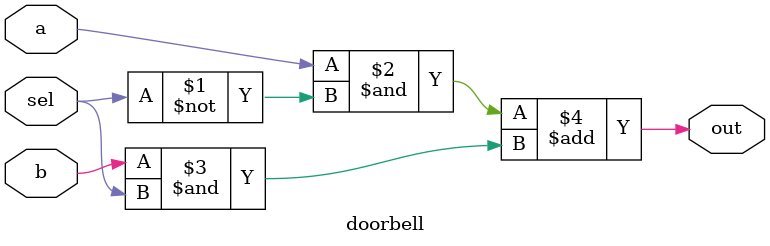
<source format=v>

`timescale 1ns / 100ps

module doorbell(
    //Todo: define inputs here
    input a,
    input b,
    input sel,
    output out
	);

    //Todo: define registers and wires here
    wire out; 
    
    //Todo: define your logic here                 
    assign #5 out = (a & ~sel) + (b & sel);

	
endmodule

</source>
